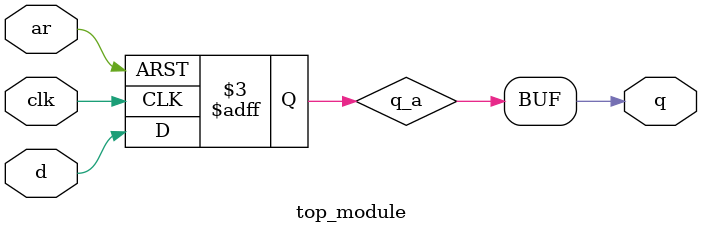
<source format=v>
module top_module (
    input  clk,
    input  d  ,
    input  ar , // asynchronous reset
    output q
);
    reg q_a;
    always @(posedge clk or posedge ar) begin
        if(ar == 1'b1)
            q_a <= 1'b0;
        else
            q_a <= d;

    end
    assign q = q_a;
endmodule

</source>
